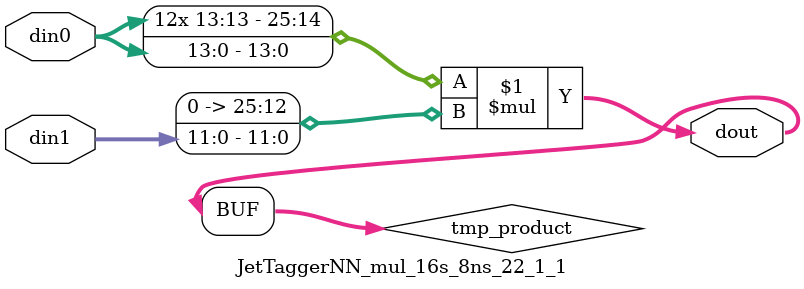
<source format=v>

`timescale 1 ns / 1 ps

  module JetTaggerNN_mul_16s_8ns_22_1_1(din0, din1, dout);
parameter ID = 1;
parameter NUM_STAGE = 0;
parameter din0_WIDTH = 14;
parameter din1_WIDTH = 12;
parameter dout_WIDTH = 26;

input [din0_WIDTH - 1 : 0] din0; 
input [din1_WIDTH - 1 : 0] din1; 
output [dout_WIDTH - 1 : 0] dout;

wire signed [dout_WIDTH - 1 : 0] tmp_product;












assign tmp_product = $signed(din0) * $signed({1'b0, din1});









assign dout = tmp_product;







endmodule

</source>
